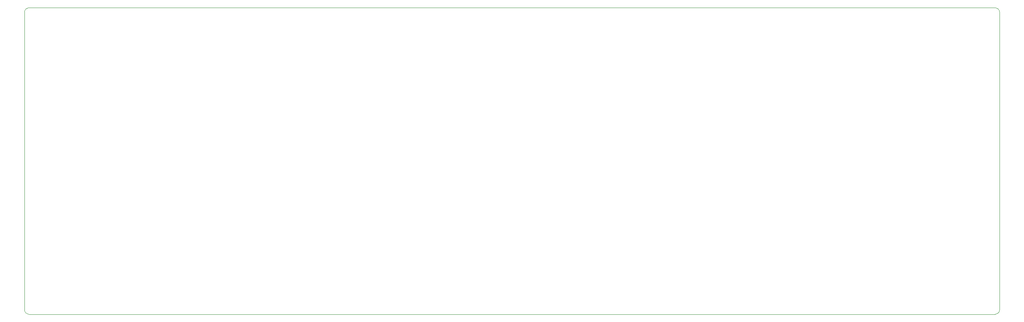
<source format=gbr>
%TF.GenerationSoftware,KiCad,Pcbnew,9.0.3-1.fc42*%
%TF.CreationDate,2025-08-27T16:10:00-04:00*%
%TF.ProjectId,48ish_soldered,34386973-685f-4736-9f6c-64657265642e,v1.0.0*%
%TF.SameCoordinates,Original*%
%TF.FileFunction,Profile,NP*%
%FSLAX46Y46*%
G04 Gerber Fmt 4.6, Leading zero omitted, Abs format (unit mm)*
G04 Created by KiCad (PCBNEW 9.0.3-1.fc42) date 2025-08-27 16:10:00*
%MOMM*%
%LPD*%
G01*
G04 APERTURE LIST*
%TA.AperFunction,Profile*%
%ADD10C,0.050000*%
%TD*%
G04 APERTURE END LIST*
D10*
X206000000Y76500000D02*
G75*
G02*
X207000000Y75500000I0J-1000000D01*
G01*
X-8000000Y8500000D02*
G75*
G02*
X-9000000Y9500000I-1J999999D01*
G01*
X-9000000Y9500000D02*
X-9000000Y75500000D01*
X-9000000Y75500000D02*
G75*
G02*
X-8000000Y76500000I999999J1D01*
G01*
X206000000Y8500000D02*
X-8000000Y8500000D01*
X207000000Y9500000D02*
G75*
G02*
X206000000Y8500000I-1000000J0D01*
G01*
X207000000Y75500000D02*
X207000000Y9500000D01*
X-8000000Y76500000D02*
X206000000Y76500000D01*
M02*

</source>
